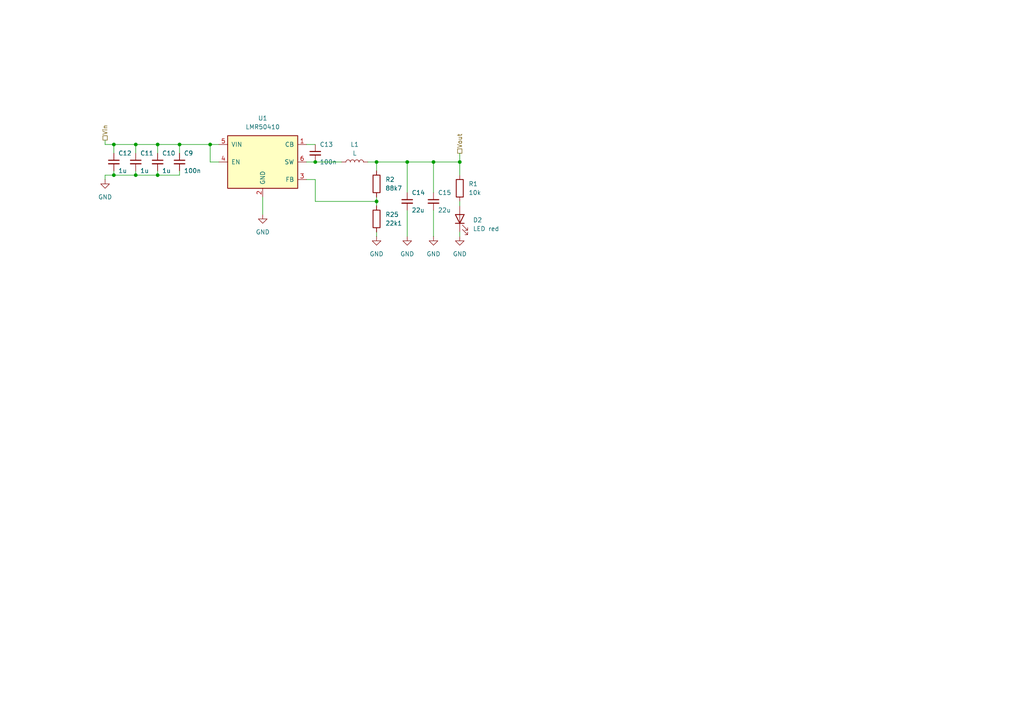
<source format=kicad_sch>
(kicad_sch (version 20250114) (generator "eeschema") (generator_version "9.0")
  (paper "A4")
  (lib_symbols
    (symbol "Device:C_Small" (pin_numbers (hide yes)) (pin_names (offset 0.254) (hide yes))
      (property "Reference" "C" (at 0.254 1.778 0))
      (property "Value" "C_Small" (at 0.254 -2.032 0))
      (symbol "C_Small_0_1"
        (polyline (pts (xy -1.524 0.508) (xy 1.524 0.508)) (stroke (width 0.3048)))
        (polyline (pts (xy -1.524 -0.508) (xy 1.524 -0.508)) (stroke (width 0.3302)))
      )
      (symbol "C_Small_1_1"
        (pin passive line (at 0 2.54 270) (length 2.032) (name "~") (number "1"))
        (pin passive line (at 0 -2.54 90) (length 2.032) (name "~") (number "2"))
      )
    )
    (symbol "Device:L" (pin_numbers (hide yes)) (pin_names (offset 1.016) (hide yes))
      (property "Reference" "L" (at -1.27 0 90))
      (property "Value" "L" (at 1.905 0 90))
      (symbol "L_0_1"
        (arc (start 0 2.54) (mid 0.6323 1.905) (end 0 1.27))
        (arc (start 0 1.27) (mid 0.6323 0.635) (end 0 0))
        (arc (start 0 0) (mid 0.6323 -0.635) (end 0 -1.27))
        (arc (start 0 -1.27) (mid 0.6323 -1.905) (end 0 -2.54))
      )
      (symbol "L_1_1"
        (pin passive line (at 0 3.81 270) (length 1.27) (name "1") (number "1"))
        (pin passive line (at 0 -3.81 90) (length 1.27) (name "2") (number "2"))
      )
    )
    (symbol "Device:LED" (pin_numbers (hide yes)) (pin_names (offset 1.016) (hide yes))
      (property "Reference" "D" (at 0 2.54 0))
      (property "Value" "LED" (at 0 -2.54 0))
      (symbol "LED_0_1"
        (polyline (pts (xy -3.048 -0.762) (xy -4.572 -2.286) (xy -3.81 -2.286) (xy -4.572 -2.286) (xy -4.572 -1.524)))
        (polyline (pts (xy -1.778 -0.762) (xy -3.302 -2.286) (xy -2.54 -2.286) (xy -3.302 -2.286) (xy -3.302 -1.524)))
        (polyline (pts (xy -1.27 0) (xy 1.27 0)))
        (polyline (pts (xy -1.27 -1.27) (xy -1.27 1.27)) (stroke (width 0.254)))
        (polyline (pts (xy 1.27 -1.27) (xy 1.27 1.27) (xy -1.27 0) (xy 1.27 -1.27)) (stroke (width 0.254)))
      )
      (symbol "LED_1_1"
        (pin passive line (at -3.81 0 0) (length 2.54) (name "K") (number "1"))
        (pin passive line (at 3.81 0 180) (length 2.54) (name "A") (number "2"))
      )
    )
    (symbol "Device:R" (pin_numbers (hide yes)) (pin_names (offset 0))
      (property "Reference" "R" (at 2.032 0 90))
      (property "Value" "R" (at 0 0 90))
      (symbol "R_0_1"
        (rectangle (start -1.016 -2.54) (end 1.016 2.54) (stroke (width 0.254)))
      )
      (symbol "R_1_1"
        (pin passive line (at 0 3.81 270) (length 1.27) (name "~") (number "1"))
        (pin passive line (at 0 -3.81 90) (length 1.27) (name "~") (number "2"))
      )
    )
    (symbol "Regulator_Switching:LMR50410" (pin_names (offset 1.016))
      (property "Reference" "U" (at -10.16 11.43 0))
      (property "Value" "LMR50410" (at -10.16 8.89 0))
      (symbol "LMR50410_0_1"
        (rectangle (start -10.16 7.62) (end 10.16 -7.62) (stroke (width 0.254)) (fill (type background)))
      )
      (symbol "LMR50410_1_1"
        (pin power_in line (at -12.7 5.08 0) (length 2.54) (name "VIN") (number "5"))
        (pin input line (at -12.7 0 0) (length 2.54) (name "EN") (number "4"))
        (pin power_in line (at 0 -10.16 90) (length 2.54) (name "GND") (number "2"))
        (pin input line (at 12.7 5.08 180) (length 2.54) (name "CB") (number "1"))
        (pin output line (at 12.7 0 180) (length 2.54) (name "SW") (number "6"))
        (pin input line (at 12.7 -5.08 180) (length 2.54) (name "FB") (number "3"))
      )
    )
    (symbol "power:GND" (power) (pin_numbers (hide yes)) (pin_names (offset 0) (hide yes))
      (property "Value" "GND" (at 0 -3.81 0))
      (symbol "GND_0_1"
        (polyline (pts (xy 0 0) (xy 0 -1.27) (xy 1.27 -1.27) (xy 0 -2.54) (xy -1.27 -1.27) (xy 0 -1.27)))
      )
      (symbol "GND_1_1"
        (pin power_in line (at 0 0 270) (length 0) (name "~") (number "1"))
      )
    )
  )
  (junction (at 109.22 58.42))
  (junction (at 45.72 41.91))
  (junction (at 118.11 46.99))
  (junction (at 125.73 46.99))
  (junction (at 33.02 50.8))
  (junction (at 39.37 50.8))
  (junction (at 33.02 41.91))
  (junction (at 39.37 41.91))
  (junction (at 133.35 46.99))
  (junction (at 45.72 50.8))
  (junction (at 52.07 41.91))
  (junction (at 91.44 46.99))
  (junction (at 109.22 46.99))
  (junction (at 60.96 41.91))
  (wire (pts (xy 33.02 41.91) (xy 30.48 41.91)))
  (wire (pts (xy 109.22 58.42) (xy 109.22 59.69)))
  (wire (pts (xy 45.72 41.91) (xy 45.72 44.45)))
  (wire (pts (xy 109.22 67.31) (xy 109.22 68.58)))
  (wire (pts (xy 109.22 46.99) (xy 109.22 49.53)))
  (wire (pts (xy 118.11 46.99) (xy 125.73 46.99)))
  (wire (pts (xy 76.2 57.15) (xy 76.2 62.23)))
  (wire (pts (xy 133.35 58.42) (xy 133.35 59.69)))
  (wire (pts (xy 63.5 46.99) (xy 60.96 46.99)))
  (wire (pts (xy 125.73 60.96) (xy 125.73 68.58)))
  (wire (pts (xy 33.02 41.91) (xy 33.02 44.45)))
  (wire (pts (xy 39.37 41.91) (xy 33.02 41.91)))
  (wire (pts (xy 91.44 46.99) (xy 99.06 46.99)))
  (wire (pts (xy 52.07 49.53) (xy 52.07 50.8)))
  (wire (pts (xy 133.35 46.99) (xy 133.35 50.8)))
  (wire (pts (xy 39.37 50.8) (xy 45.72 50.8)))
  (wire (pts (xy 88.9 41.91) (xy 91.44 41.91)))
  (wire (pts (xy 39.37 41.91) (xy 39.37 44.45)))
  (wire (pts (xy 125.73 46.99) (xy 125.73 55.88)))
  (wire (pts (xy 118.11 60.96) (xy 118.11 68.58)))
  (wire (pts (xy 39.37 49.53) (xy 39.37 50.8)))
  (wire (pts (xy 45.72 50.8) (xy 52.07 50.8)))
  (wire (pts (xy 30.48 50.8) (xy 30.48 52.07)))
  (wire (pts (xy 33.02 50.8) (xy 39.37 50.8)))
  (wire (pts (xy 133.35 44.45) (xy 133.35 46.99)))
  (wire (pts (xy 125.73 46.99) (xy 133.35 46.99)))
  (wire (pts (xy 30.48 50.8) (xy 33.02 50.8)))
  (wire (pts (xy 45.72 49.53) (xy 45.72 50.8)))
  (wire (pts (xy 45.72 41.91) (xy 39.37 41.91)))
  (wire (pts (xy 88.9 46.99) (xy 91.44 46.99)))
  (wire (pts (xy 109.22 46.99) (xy 118.11 46.99)))
  (wire (pts (xy 109.22 57.15) (xy 109.22 58.42)))
  (wire (pts (xy 60.96 41.91) (xy 63.5 41.91)))
  (wire (pts (xy 106.68 46.99) (xy 109.22 46.99)))
  (wire (pts (xy 133.35 67.31) (xy 133.35 68.58)))
  (wire (pts (xy 60.96 41.91) (xy 60.96 46.99)))
  (wire (pts (xy 52.07 41.91) (xy 52.07 44.45)))
  (wire (pts (xy 52.07 41.91) (xy 45.72 41.91)))
  (wire (pts (xy 91.44 52.07) (xy 88.9 52.07)))
  (wire (pts (xy 30.48 40.64) (xy 30.48 41.91)))
  (wire (pts (xy 109.22 58.42) (xy 91.44 58.42)))
  (wire (pts (xy 91.44 58.42) (xy 91.44 52.07)))
  (wire (pts (xy 60.96 41.91) (xy 52.07 41.91)))
  (wire (pts (xy 33.02 50.8) (xy 33.02 49.53)))
  (wire (pts (xy 118.11 46.99) (xy 118.11 55.88)))
  (hierarchical_label "Vin" (shape passive) (at 30.48 40.64 90))
  (hierarchical_label "Vout" (shape passive) (at 133.35 44.45 90))
  (symbol (lib_id "power:GND") (at 30.48 52.07 0) (unit 1)
    (property "Reference" "#PWR05" (effects (hide yes)))
    (property "Value" "GND" (at 30.48 57.15 0))
    (property "Description" "Power symbol creates a global label with name \"GND\" , ground" (effects (hide yes)))
  )
  (symbol (lib_id "power:GND") (at 109.22 68.58 0) (unit 1)
    (property "Reference" "#PWR044" (effects (hide yes)))
    (property "Value" "GND" (at 109.22 73.66 0))
    (property "Description" "Power symbol creates a global label with name \"GND\" , ground" (effects (hide yes)))
  )
  (symbol (lib_id "Regulator_Switching:LMR50410") (at 76.2 46.99 0) (unit 1)
    (property "Reference" "U1" (at 76.2 34.29 0))
    (property "Value" "LMR50410" (at 76.2 36.83 0))
    (property "Footprint" "Package_TO_SOT_SMD:SOT-23-6" (effects (hide yes)))
    (property "Datasheet" "http://www.ti.com/lit/ds/symlink/lmr50410.pdf" (effects (hide yes)))
    (property "Description" "Simple Switcher Buck Regulator, Vin=4-36V, Iout=1A, Adjustable output voltage, SOT-23-6 package" (effects (hide yes)))
    (property "MPN" "LMR50410XFDBVR" (effects (hide yes)))
  )
  (symbol (lib_id "Device:C_Small") (at 33.02 46.99 0) (unit 1)
    (property "Reference" "C12" (at 34.29 44.45 0) (effects (justify left)))
    (property "Value" "1u" (at 34.29 49.53 0) (effects (justify left)))
    (property "Footprint" "Capacitor_SMD:C_1206_3216Metric_Pad1.33x1.80mm_HandSolder" (effects (hide yes)))
    (property "Description" "Unpolarized capacitor, small symbol" (effects (hide yes)))
    (property "MPN" "CL31B105KCHNNNE" (effects (hide yes)))
    (property "Voltage" "100V" (effects (hide yes)))
  )
  (symbol (lib_id "Device:R") (at 109.22 53.34 0) (unit 1)
    (property "Reference" "R2" (at 111.76 52.0699 0) (effects (justify left)))
    (property "Value" "88k7" (at 111.76 54.6099 0) (effects (justify left)))
    (property "Footprint" "Resistor_SMD:R_0805_2012Metric_Pad1.20x1.40mm_HandSolder" (effects (hide yes)))
    (property "Description" "Resistor" (effects (hide yes)))
    (property "MPN" "RC0805FR-0788K7L" (effects (hide yes)))
  )
  (symbol (lib_id "Device:L") (at 102.87 46.99 90) (unit 1)
    (property "Reference" "L1" (at 102.87 41.91 90))
    (property "Value" "L" (at 102.87 44.45 90))
    (property "Footprint" "Inductor_SMD:L_Bourns_SRN6045TA" (effects (hide yes)))
    (property "Description" "Inductor" (effects (hide yes)))
    (property "MPN" "SRN6045-150M" (effects (hide yes)))
  )
  (symbol (lib_id "power:GND") (at 133.35 68.58 0) (unit 1)
    (property "Reference" "#PWR06" (effects (hide yes)))
    (property "Value" "GND" (at 133.35 73.66 0))
    (property "Description" "Power symbol creates a global label with name \"GND\" , ground" (effects (hide yes)))
  )
  (symbol (lib_id "power:GND") (at 118.11 68.58 0) (unit 1)
    (property "Reference" "#PWR010" (effects (hide yes)))
    (property "Value" "GND" (at 118.11 73.66 0))
    (property "Description" "Power symbol creates a global label with name \"GND\" , ground" (effects (hide yes)))
  )
  (symbol (lib_id "Device:C_Small") (at 45.72 46.99 0) (unit 1)
    (property "Reference" "C10" (at 46.99 44.45 0) (effects (justify left)))
    (property "Value" "1u" (at 46.99 49.53 0) (effects (justify left)))
    (property "Footprint" "Capacitor_SMD:C_1206_3216Metric_Pad1.33x1.80mm_HandSolder" (effects (hide yes)))
    (property "Description" "Unpolarized capacitor, small symbol" (effects (hide yes)))
    (property "MPN" "CL31B105KCHNNNE" (effects (hide yes)))
    (property "Voltage" "100V" (effects (hide yes)))
  )
  (symbol (lib_id "power:GND") (at 76.2 62.23 0) (unit 1)
    (property "Reference" "#PWR04" (effects (hide yes)))
    (property "Value" "GND" (at 76.2 67.31 0))
    (property "Description" "Power symbol creates a global label with name \"GND\" , ground" (effects (hide yes)))
  )
  (symbol (lib_id "Device:C_Small") (at 39.37 46.99 0) (unit 1)
    (property "Reference" "C11" (at 40.64 44.45 0) (effects (justify left)))
    (property "Value" "1u" (at 40.64 49.53 0) (effects (justify left)))
    (property "Footprint" "Capacitor_SMD:C_1206_3216Metric_Pad1.33x1.80mm_HandSolder" (effects (hide yes)))
    (property "Description" "Unpolarized capacitor, small symbol" (effects (hide yes)))
    (property "MPN" "CL31B105KCHNNNE" (effects (hide yes)))
    (property "Voltage" "100V" (effects (hide yes)))
  )
  (symbol (lib_id "Device:C_Small") (at 52.07 46.99 0) (unit 1)
    (property "Reference" "C9" (at 53.34 44.45 0) (effects (justify left)))
    (property "Value" "100n" (at 53.34 49.53 0) (effects (justify left)))
    (property "Footprint" "Capacitor_SMD:C_0805_2012Metric_Pad1.18x1.45mm_HandSolder" (effects (hide yes)))
    (property "Description" "Unpolarized capacitor, small symbol" (effects (hide yes)))
    (property "MPN" "CL21B104KCFNNNE" (effects (hide yes)))
    (property "Voltage" "100V" (effects (hide yes)))
  )
  (symbol (lib_id "Device:R") (at 109.22 63.5 0) (unit 1)
    (property "Reference" "R25" (at 111.76 62.2299 0) (effects (justify left)))
    (property "Value" "22k1" (at 111.76 64.7699 0) (effects (justify left)))
    (property "Footprint" "Resistor_SMD:R_0805_2012Metric_Pad1.20x1.40mm_HandSolder" (effects (hide yes)))
    (property "Description" "Resistor" (effects (hide yes)))
    (property "MPN" "AC0805FR-0722K1L" (effects (hide yes)))
  )
  (symbol (lib_id "Device:C_Small") (at 91.44 44.45 0) (unit 1)
    (property "Reference" "C13" (at 92.71 41.91 0) (effects (justify left)))
    (property "Value" "100n" (at 92.71 46.99 0) (effects (justify left)))
    (property "Footprint" "Capacitor_SMD:C_0805_2012Metric_Pad1.18x1.45mm_HandSolder" (effects (hide yes)))
    (property "Description" "Unpolarized capacitor, small symbol" (effects (hide yes)))
    (property "MPN" "CL21B104KCFNNNE" (effects (hide yes)))
    (property "Voltage" "100V" (effects (hide yes)))
  )
  (symbol (lib_id "power:GND") (at 125.73 68.58 0) (unit 1)
    (property "Reference" "#PWR043" (effects (hide yes)))
    (property "Value" "GND" (at 125.73 73.66 0))
    (property "Description" "Power symbol creates a global label with name \"GND\" , ground" (effects (hide yes)))
  )
  (symbol (lib_id "Device:LED") (at 133.35 63.5 90) (unit 1)
    (property "Reference" "D2" (at 137.16 63.8174 90) (effects (justify right)))
    (property "Value" "LED red" (at 137.16 66.3574 90) (effects (justify right)))
    (property "Footprint" "LED_THT:LED_D5.0mm" (effects (hide yes)))
    (property "Description" "Light emitting diode" (effects (hide yes)))
    (property "Sim.Pins" "1=K 2=A" (effects (hide yes)))
    (property "MPN" "151051RS11000" (effects (hide yes)))
  )
  (symbol (lib_id "Device:C_Small") (at 125.73 58.42 0) (unit 1)
    (property "Reference" "C15" (at 127 55.88 0) (effects (justify left)))
    (property "Value" "22u" (at 127 60.96 0) (effects (justify left)))
    (property "Footprint" "Capacitor_SMD:C_0805_2012Metric_Pad1.18x1.45mm_HandSolder" (effects (hide yes)))
    (property "Description" "Unpolarized capacitor, small symbol" (effects (hide yes)))
    (property "MPN" "GRM21BR61A226ME44L" (effects (hide yes)))
    (property "Voltage" "10V" (effects (hide yes)))
  )
  (symbol (lib_id "Device:R") (at 133.35 54.61 0) (unit 1)
    (property "Reference" "R1" (at 135.89 53.3399 0) (effects (justify left)))
    (property "Value" "10k" (at 135.89 55.8799 0) (effects (justify left)))
    (property "Footprint" "Resistor_SMD:R_0805_2012Metric_Pad1.20x1.40mm_HandSolder" (effects (hide yes)))
    (property "Description" "Resistor" (effects (hide yes)))
  )
  (symbol (lib_id "Device:C_Small") (at 118.11 58.42 0) (unit 1)
    (property "Reference" "C14" (at 119.38 55.88 0) (effects (justify left)))
    (property "Value" "22u" (at 119.38 60.96 0) (effects (justify left)))
    (property "Footprint" "Capacitor_SMD:C_0805_2012Metric_Pad1.18x1.45mm_HandSolder" (effects (hide yes)))
    (property "Description" "Unpolarized capacitor, small symbol" (effects (hide yes)))
    (property "MPN" "GRM21BR61A226ME44L" (effects (hide yes)))
    (property "Voltage" "10V" (effects (hide yes)))
  )
)
</source>
